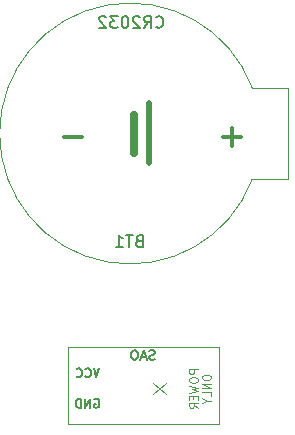
<source format=gbo>
%TF.GenerationSoftware,KiCad,Pcbnew,9.0.2*%
%TF.CreationDate,2025-05-22T21:49:02-05:00*%
%TF.ProjectId,SAO_Pin,53414f5f-5069-46e2-9e6b-696361645f70,1*%
%TF.SameCoordinates,Original*%
%TF.FileFunction,Legend,Bot*%
%TF.FilePolarity,Positive*%
%FSLAX46Y46*%
G04 Gerber Fmt 4.6, Leading zero omitted, Abs format (unit mm)*
G04 Created by KiCad (PCBNEW 9.0.2) date 2025-05-22 21:49:02*
%MOMM*%
%LPD*%
G01*
G04 APERTURE LIST*
%ADD10C,0.150000*%
%ADD11C,0.300000*%
%ADD12C,0.100000*%
%ADD13C,0.700000*%
%ADD14C,0.500000*%
%ADD15C,0.120000*%
G04 APERTURE END LIST*
D10*
X143012714Y-103055009D02*
X142869857Y-103102628D01*
X142869857Y-103102628D02*
X142822238Y-103150247D01*
X142822238Y-103150247D02*
X142774619Y-103245485D01*
X142774619Y-103245485D02*
X142774619Y-103388342D01*
X142774619Y-103388342D02*
X142822238Y-103483580D01*
X142822238Y-103483580D02*
X142869857Y-103531200D01*
X142869857Y-103531200D02*
X142965095Y-103578819D01*
X142965095Y-103578819D02*
X143346047Y-103578819D01*
X143346047Y-103578819D02*
X143346047Y-102578819D01*
X143346047Y-102578819D02*
X143012714Y-102578819D01*
X143012714Y-102578819D02*
X142917476Y-102626438D01*
X142917476Y-102626438D02*
X142869857Y-102674057D01*
X142869857Y-102674057D02*
X142822238Y-102769295D01*
X142822238Y-102769295D02*
X142822238Y-102864533D01*
X142822238Y-102864533D02*
X142869857Y-102959771D01*
X142869857Y-102959771D02*
X142917476Y-103007390D01*
X142917476Y-103007390D02*
X143012714Y-103055009D01*
X143012714Y-103055009D02*
X143346047Y-103055009D01*
X142488904Y-102578819D02*
X141917476Y-102578819D01*
X142203190Y-103578819D02*
X142203190Y-102578819D01*
X141060333Y-103578819D02*
X141631761Y-103578819D01*
X141346047Y-103578819D02*
X141346047Y-102578819D01*
X141346047Y-102578819D02*
X141441285Y-102721676D01*
X141441285Y-102721676D02*
X141536523Y-102816914D01*
X141536523Y-102816914D02*
X141631761Y-102864533D01*
D11*
X151624904Y-94254733D02*
X150101095Y-94254733D01*
X150862999Y-95016638D02*
X150862999Y-93492828D01*
X138162904Y-94254733D02*
X136639095Y-94254733D01*
D10*
X144449238Y-84941580D02*
X144496857Y-84989200D01*
X144496857Y-84989200D02*
X144639714Y-85036819D01*
X144639714Y-85036819D02*
X144734952Y-85036819D01*
X144734952Y-85036819D02*
X144877809Y-84989200D01*
X144877809Y-84989200D02*
X144973047Y-84893961D01*
X144973047Y-84893961D02*
X145020666Y-84798723D01*
X145020666Y-84798723D02*
X145068285Y-84608247D01*
X145068285Y-84608247D02*
X145068285Y-84465390D01*
X145068285Y-84465390D02*
X145020666Y-84274914D01*
X145020666Y-84274914D02*
X144973047Y-84179676D01*
X144973047Y-84179676D02*
X144877809Y-84084438D01*
X144877809Y-84084438D02*
X144734952Y-84036819D01*
X144734952Y-84036819D02*
X144639714Y-84036819D01*
X144639714Y-84036819D02*
X144496857Y-84084438D01*
X144496857Y-84084438D02*
X144449238Y-84132057D01*
X143449238Y-85036819D02*
X143782571Y-84560628D01*
X144020666Y-85036819D02*
X144020666Y-84036819D01*
X144020666Y-84036819D02*
X143639714Y-84036819D01*
X143639714Y-84036819D02*
X143544476Y-84084438D01*
X143544476Y-84084438D02*
X143496857Y-84132057D01*
X143496857Y-84132057D02*
X143449238Y-84227295D01*
X143449238Y-84227295D02*
X143449238Y-84370152D01*
X143449238Y-84370152D02*
X143496857Y-84465390D01*
X143496857Y-84465390D02*
X143544476Y-84513009D01*
X143544476Y-84513009D02*
X143639714Y-84560628D01*
X143639714Y-84560628D02*
X144020666Y-84560628D01*
X143068285Y-84132057D02*
X143020666Y-84084438D01*
X143020666Y-84084438D02*
X142925428Y-84036819D01*
X142925428Y-84036819D02*
X142687333Y-84036819D01*
X142687333Y-84036819D02*
X142592095Y-84084438D01*
X142592095Y-84084438D02*
X142544476Y-84132057D01*
X142544476Y-84132057D02*
X142496857Y-84227295D01*
X142496857Y-84227295D02*
X142496857Y-84322533D01*
X142496857Y-84322533D02*
X142544476Y-84465390D01*
X142544476Y-84465390D02*
X143115904Y-85036819D01*
X143115904Y-85036819D02*
X142496857Y-85036819D01*
X141877809Y-84036819D02*
X141782571Y-84036819D01*
X141782571Y-84036819D02*
X141687333Y-84084438D01*
X141687333Y-84084438D02*
X141639714Y-84132057D01*
X141639714Y-84132057D02*
X141592095Y-84227295D01*
X141592095Y-84227295D02*
X141544476Y-84417771D01*
X141544476Y-84417771D02*
X141544476Y-84655866D01*
X141544476Y-84655866D02*
X141592095Y-84846342D01*
X141592095Y-84846342D02*
X141639714Y-84941580D01*
X141639714Y-84941580D02*
X141687333Y-84989200D01*
X141687333Y-84989200D02*
X141782571Y-85036819D01*
X141782571Y-85036819D02*
X141877809Y-85036819D01*
X141877809Y-85036819D02*
X141973047Y-84989200D01*
X141973047Y-84989200D02*
X142020666Y-84941580D01*
X142020666Y-84941580D02*
X142068285Y-84846342D01*
X142068285Y-84846342D02*
X142115904Y-84655866D01*
X142115904Y-84655866D02*
X142115904Y-84417771D01*
X142115904Y-84417771D02*
X142068285Y-84227295D01*
X142068285Y-84227295D02*
X142020666Y-84132057D01*
X142020666Y-84132057D02*
X141973047Y-84084438D01*
X141973047Y-84084438D02*
X141877809Y-84036819D01*
X141211142Y-84036819D02*
X140592095Y-84036819D01*
X140592095Y-84036819D02*
X140925428Y-84417771D01*
X140925428Y-84417771D02*
X140782571Y-84417771D01*
X140782571Y-84417771D02*
X140687333Y-84465390D01*
X140687333Y-84465390D02*
X140639714Y-84513009D01*
X140639714Y-84513009D02*
X140592095Y-84608247D01*
X140592095Y-84608247D02*
X140592095Y-84846342D01*
X140592095Y-84846342D02*
X140639714Y-84941580D01*
X140639714Y-84941580D02*
X140687333Y-84989200D01*
X140687333Y-84989200D02*
X140782571Y-85036819D01*
X140782571Y-85036819D02*
X141068285Y-85036819D01*
X141068285Y-85036819D02*
X141163523Y-84989200D01*
X141163523Y-84989200D02*
X141211142Y-84941580D01*
X140211142Y-84132057D02*
X140163523Y-84084438D01*
X140163523Y-84084438D02*
X140068285Y-84036819D01*
X140068285Y-84036819D02*
X139830190Y-84036819D01*
X139830190Y-84036819D02*
X139734952Y-84084438D01*
X139734952Y-84084438D02*
X139687333Y-84132057D01*
X139687333Y-84132057D02*
X139639714Y-84227295D01*
X139639714Y-84227295D02*
X139639714Y-84322533D01*
X139639714Y-84322533D02*
X139687333Y-84465390D01*
X139687333Y-84465390D02*
X140258761Y-85036819D01*
X140258761Y-85036819D02*
X139639714Y-85036819D01*
X139231428Y-116494878D02*
X139302857Y-116459164D01*
X139302857Y-116459164D02*
X139409999Y-116459164D01*
X139409999Y-116459164D02*
X139517142Y-116494878D01*
X139517142Y-116494878D02*
X139588571Y-116566307D01*
X139588571Y-116566307D02*
X139624285Y-116637735D01*
X139624285Y-116637735D02*
X139659999Y-116780592D01*
X139659999Y-116780592D02*
X139659999Y-116887735D01*
X139659999Y-116887735D02*
X139624285Y-117030592D01*
X139624285Y-117030592D02*
X139588571Y-117102021D01*
X139588571Y-117102021D02*
X139517142Y-117173450D01*
X139517142Y-117173450D02*
X139409999Y-117209164D01*
X139409999Y-117209164D02*
X139338571Y-117209164D01*
X139338571Y-117209164D02*
X139231428Y-117173450D01*
X139231428Y-117173450D02*
X139195714Y-117137735D01*
X139195714Y-117137735D02*
X139195714Y-116887735D01*
X139195714Y-116887735D02*
X139338571Y-116887735D01*
X138874285Y-117209164D02*
X138874285Y-116459164D01*
X138874285Y-116459164D02*
X138445714Y-117209164D01*
X138445714Y-117209164D02*
X138445714Y-116459164D01*
X138088571Y-117209164D02*
X138088571Y-116459164D01*
X138088571Y-116459164D02*
X137910000Y-116459164D01*
X137910000Y-116459164D02*
X137802857Y-116494878D01*
X137802857Y-116494878D02*
X137731428Y-116566307D01*
X137731428Y-116566307D02*
X137695714Y-116637735D01*
X137695714Y-116637735D02*
X137660000Y-116780592D01*
X137660000Y-116780592D02*
X137660000Y-116887735D01*
X137660000Y-116887735D02*
X137695714Y-117030592D01*
X137695714Y-117030592D02*
X137731428Y-117102021D01*
X137731428Y-117102021D02*
X137802857Y-117173450D01*
X137802857Y-117173450D02*
X137910000Y-117209164D01*
X137910000Y-117209164D02*
X138088571Y-117209164D01*
D12*
X148378633Y-114553334D02*
X148378633Y-114686667D01*
X148378633Y-114686667D02*
X148411966Y-114753334D01*
X148411966Y-114753334D02*
X148478633Y-114820000D01*
X148478633Y-114820000D02*
X148611966Y-114853334D01*
X148611966Y-114853334D02*
X148845300Y-114853334D01*
X148845300Y-114853334D02*
X148978633Y-114820000D01*
X148978633Y-114820000D02*
X149045300Y-114753334D01*
X149045300Y-114753334D02*
X149078633Y-114686667D01*
X149078633Y-114686667D02*
X149078633Y-114553334D01*
X149078633Y-114553334D02*
X149045300Y-114486667D01*
X149045300Y-114486667D02*
X148978633Y-114420000D01*
X148978633Y-114420000D02*
X148845300Y-114386667D01*
X148845300Y-114386667D02*
X148611966Y-114386667D01*
X148611966Y-114386667D02*
X148478633Y-114420000D01*
X148478633Y-114420000D02*
X148411966Y-114486667D01*
X148411966Y-114486667D02*
X148378633Y-114553334D01*
X149078633Y-115153333D02*
X148378633Y-115153333D01*
X148378633Y-115153333D02*
X149078633Y-115553333D01*
X149078633Y-115553333D02*
X148378633Y-115553333D01*
X149078633Y-116220000D02*
X149078633Y-115886666D01*
X149078633Y-115886666D02*
X148378633Y-115886666D01*
X148745300Y-116586667D02*
X149078633Y-116586667D01*
X148378633Y-116353333D02*
X148745300Y-116586667D01*
X148745300Y-116586667D02*
X148378633Y-116820000D01*
D10*
X144350476Y-113094200D02*
X144236190Y-113132295D01*
X144236190Y-113132295D02*
X144045714Y-113132295D01*
X144045714Y-113132295D02*
X143969523Y-113094200D01*
X143969523Y-113094200D02*
X143931428Y-113056104D01*
X143931428Y-113056104D02*
X143893333Y-112979914D01*
X143893333Y-112979914D02*
X143893333Y-112903723D01*
X143893333Y-112903723D02*
X143931428Y-112827533D01*
X143931428Y-112827533D02*
X143969523Y-112789438D01*
X143969523Y-112789438D02*
X144045714Y-112751342D01*
X144045714Y-112751342D02*
X144198095Y-112713247D01*
X144198095Y-112713247D02*
X144274285Y-112675152D01*
X144274285Y-112675152D02*
X144312380Y-112637057D01*
X144312380Y-112637057D02*
X144350476Y-112560866D01*
X144350476Y-112560866D02*
X144350476Y-112484676D01*
X144350476Y-112484676D02*
X144312380Y-112408485D01*
X144312380Y-112408485D02*
X144274285Y-112370390D01*
X144274285Y-112370390D02*
X144198095Y-112332295D01*
X144198095Y-112332295D02*
X144007618Y-112332295D01*
X144007618Y-112332295D02*
X143893333Y-112370390D01*
X143588571Y-112903723D02*
X143207618Y-112903723D01*
X143664761Y-113132295D02*
X143398094Y-112332295D01*
X143398094Y-112332295D02*
X143131428Y-113132295D01*
X142712380Y-112332295D02*
X142559999Y-112332295D01*
X142559999Y-112332295D02*
X142483809Y-112370390D01*
X142483809Y-112370390D02*
X142407618Y-112446580D01*
X142407618Y-112446580D02*
X142369523Y-112598961D01*
X142369523Y-112598961D02*
X142369523Y-112865628D01*
X142369523Y-112865628D02*
X142407618Y-113018009D01*
X142407618Y-113018009D02*
X142483809Y-113094200D01*
X142483809Y-113094200D02*
X142559999Y-113132295D01*
X142559999Y-113132295D02*
X142712380Y-113132295D01*
X142712380Y-113132295D02*
X142788571Y-113094200D01*
X142788571Y-113094200D02*
X142864761Y-113018009D01*
X142864761Y-113018009D02*
X142902857Y-112865628D01*
X142902857Y-112865628D02*
X142902857Y-112598961D01*
X142902857Y-112598961D02*
X142864761Y-112446580D01*
X142864761Y-112446580D02*
X142788571Y-112370390D01*
X142788571Y-112370390D02*
X142712380Y-112332295D01*
D12*
X147978633Y-113953333D02*
X147278633Y-113953333D01*
X147278633Y-113953333D02*
X147278633Y-114220000D01*
X147278633Y-114220000D02*
X147311966Y-114286667D01*
X147311966Y-114286667D02*
X147345300Y-114320000D01*
X147345300Y-114320000D02*
X147411966Y-114353333D01*
X147411966Y-114353333D02*
X147511966Y-114353333D01*
X147511966Y-114353333D02*
X147578633Y-114320000D01*
X147578633Y-114320000D02*
X147611966Y-114286667D01*
X147611966Y-114286667D02*
X147645300Y-114220000D01*
X147645300Y-114220000D02*
X147645300Y-113953333D01*
X147278633Y-114786667D02*
X147278633Y-114920000D01*
X147278633Y-114920000D02*
X147311966Y-114986667D01*
X147311966Y-114986667D02*
X147378633Y-115053333D01*
X147378633Y-115053333D02*
X147511966Y-115086667D01*
X147511966Y-115086667D02*
X147745300Y-115086667D01*
X147745300Y-115086667D02*
X147878633Y-115053333D01*
X147878633Y-115053333D02*
X147945300Y-114986667D01*
X147945300Y-114986667D02*
X147978633Y-114920000D01*
X147978633Y-114920000D02*
X147978633Y-114786667D01*
X147978633Y-114786667D02*
X147945300Y-114720000D01*
X147945300Y-114720000D02*
X147878633Y-114653333D01*
X147878633Y-114653333D02*
X147745300Y-114620000D01*
X147745300Y-114620000D02*
X147511966Y-114620000D01*
X147511966Y-114620000D02*
X147378633Y-114653333D01*
X147378633Y-114653333D02*
X147311966Y-114720000D01*
X147311966Y-114720000D02*
X147278633Y-114786667D01*
X147278633Y-115320000D02*
X147978633Y-115486666D01*
X147978633Y-115486666D02*
X147478633Y-115620000D01*
X147478633Y-115620000D02*
X147978633Y-115753333D01*
X147978633Y-115753333D02*
X147278633Y-115920000D01*
X147611966Y-116186666D02*
X147611966Y-116420000D01*
X147978633Y-116520000D02*
X147978633Y-116186666D01*
X147978633Y-116186666D02*
X147278633Y-116186666D01*
X147278633Y-116186666D02*
X147278633Y-116520000D01*
X147978633Y-117219999D02*
X147645300Y-116986666D01*
X147978633Y-116819999D02*
X147278633Y-116819999D01*
X147278633Y-116819999D02*
X147278633Y-117086666D01*
X147278633Y-117086666D02*
X147311966Y-117153333D01*
X147311966Y-117153333D02*
X147345300Y-117186666D01*
X147345300Y-117186666D02*
X147411966Y-117219999D01*
X147411966Y-117219999D02*
X147511966Y-117219999D01*
X147511966Y-117219999D02*
X147578633Y-117186666D01*
X147578633Y-117186666D02*
X147611966Y-117153333D01*
X147611966Y-117153333D02*
X147645300Y-117086666D01*
X147645300Y-117086666D02*
X147645300Y-116819999D01*
D10*
X139659999Y-113859164D02*
X139409999Y-114609164D01*
X139409999Y-114609164D02*
X139159999Y-113859164D01*
X138481428Y-114537735D02*
X138517142Y-114573450D01*
X138517142Y-114573450D02*
X138624285Y-114609164D01*
X138624285Y-114609164D02*
X138695713Y-114609164D01*
X138695713Y-114609164D02*
X138802856Y-114573450D01*
X138802856Y-114573450D02*
X138874285Y-114502021D01*
X138874285Y-114502021D02*
X138909999Y-114430592D01*
X138909999Y-114430592D02*
X138945713Y-114287735D01*
X138945713Y-114287735D02*
X138945713Y-114180592D01*
X138945713Y-114180592D02*
X138909999Y-114037735D01*
X138909999Y-114037735D02*
X138874285Y-113966307D01*
X138874285Y-113966307D02*
X138802856Y-113894878D01*
X138802856Y-113894878D02*
X138695713Y-113859164D01*
X138695713Y-113859164D02*
X138624285Y-113859164D01*
X138624285Y-113859164D02*
X138517142Y-113894878D01*
X138517142Y-113894878D02*
X138481428Y-113930592D01*
X137731428Y-114537735D02*
X137767142Y-114573450D01*
X137767142Y-114573450D02*
X137874285Y-114609164D01*
X137874285Y-114609164D02*
X137945713Y-114609164D01*
X137945713Y-114609164D02*
X138052856Y-114573450D01*
X138052856Y-114573450D02*
X138124285Y-114502021D01*
X138124285Y-114502021D02*
X138159999Y-114430592D01*
X138159999Y-114430592D02*
X138195713Y-114287735D01*
X138195713Y-114287735D02*
X138195713Y-114180592D01*
X138195713Y-114180592D02*
X138159999Y-114037735D01*
X138159999Y-114037735D02*
X138124285Y-113966307D01*
X138124285Y-113966307D02*
X138052856Y-113894878D01*
X138052856Y-113894878D02*
X137945713Y-113859164D01*
X137945713Y-113859164D02*
X137874285Y-113859164D01*
X137874285Y-113859164D02*
X137767142Y-113894878D01*
X137767142Y-113894878D02*
X137731428Y-113930592D01*
D13*
%TO.C,BT1*%
X142608000Y-95631000D02*
X142608000Y-92456000D01*
D14*
X143878000Y-96520000D02*
X143878000Y-91440000D01*
D15*
X155605000Y-90130000D02*
X152605000Y-90130000D01*
X155605000Y-97830000D02*
X152605000Y-97830000D01*
X155605000Y-97830000D02*
X155605000Y-90130000D01*
X152604936Y-97830171D02*
G75*
G02*
X152605000Y-90130000I-10352536J3850171D01*
G01*
%TO.C,JSAO1*%
X144160000Y-115120000D02*
X145260000Y-116020000D01*
X145260000Y-115120000D02*
X144160000Y-116020000D01*
X136960000Y-112070000D02*
X149760000Y-112070000D01*
X149760000Y-118570000D01*
X136960000Y-118570000D01*
X136960000Y-112070000D01*
%TD*%
M02*

</source>
